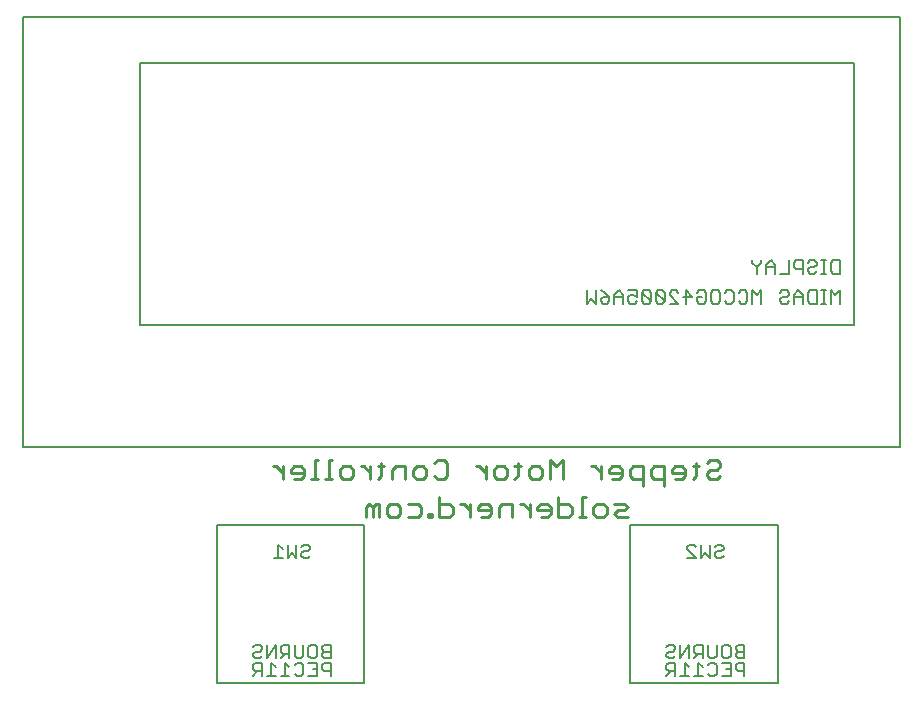
<source format=gbo>
G75*
%MOIN*%
%OFA0B0*%
%FSLAX25Y25*%
%IPPOS*%
%LPD*%
%AMOC8*
5,1,8,0,0,1.08239X$1,22.5*
%
%ADD10C,0.01000*%
%ADD11C,0.00591*%
%ADD12C,0.00600*%
D10*
X0144097Y0158359D02*
X0144097Y0161662D01*
X0145198Y0162763D01*
X0146299Y0161662D01*
X0146299Y0158359D01*
X0148501Y0158359D02*
X0148501Y0162763D01*
X0147400Y0162763D01*
X0146299Y0161662D01*
X0151095Y0161662D02*
X0151095Y0159460D01*
X0152196Y0158359D01*
X0154398Y0158359D01*
X0155499Y0159460D01*
X0155499Y0161662D01*
X0154398Y0162763D01*
X0152196Y0162763D01*
X0151095Y0161662D01*
X0158093Y0162763D02*
X0161396Y0162763D01*
X0162496Y0161662D01*
X0162496Y0159460D01*
X0161396Y0158359D01*
X0158093Y0158359D01*
X0164895Y0158359D02*
X0165995Y0158359D01*
X0165995Y0159460D01*
X0164895Y0159460D01*
X0164895Y0158359D01*
X0168590Y0158359D02*
X0171893Y0158359D01*
X0172993Y0159460D01*
X0172993Y0161662D01*
X0171893Y0162763D01*
X0168590Y0162763D01*
X0168590Y0164965D02*
X0168590Y0158359D01*
X0175522Y0162763D02*
X0176623Y0162763D01*
X0178825Y0160561D01*
X0178825Y0158359D02*
X0178825Y0162763D01*
X0181419Y0161662D02*
X0181419Y0160561D01*
X0185823Y0160561D01*
X0185823Y0159460D02*
X0185823Y0161662D01*
X0184722Y0162763D01*
X0182520Y0162763D01*
X0181419Y0161662D01*
X0182520Y0158359D02*
X0184722Y0158359D01*
X0185823Y0159460D01*
X0188417Y0158359D02*
X0188417Y0161662D01*
X0189518Y0162763D01*
X0192821Y0162763D01*
X0192821Y0158359D01*
X0195350Y0162763D02*
X0196451Y0162763D01*
X0198653Y0160561D01*
X0198653Y0158359D02*
X0198653Y0162763D01*
X0201247Y0161662D02*
X0201247Y0160561D01*
X0205651Y0160561D01*
X0205651Y0159460D02*
X0205651Y0161662D01*
X0204550Y0162763D01*
X0202348Y0162763D01*
X0201247Y0161662D01*
X0202348Y0158359D02*
X0204550Y0158359D01*
X0205651Y0159460D01*
X0208245Y0158359D02*
X0211548Y0158359D01*
X0212649Y0159460D01*
X0212649Y0161662D01*
X0211548Y0162763D01*
X0208245Y0162763D01*
X0208245Y0164965D02*
X0208245Y0158359D01*
X0215112Y0158359D02*
X0217314Y0158359D01*
X0216213Y0158359D02*
X0216213Y0164965D01*
X0217314Y0164965D01*
X0219908Y0161662D02*
X0221009Y0162763D01*
X0223211Y0162763D01*
X0224312Y0161662D01*
X0224312Y0159460D01*
X0223211Y0158359D01*
X0221009Y0158359D01*
X0219908Y0159460D01*
X0219908Y0161662D01*
X0226906Y0162763D02*
X0230209Y0162763D01*
X0231310Y0161662D01*
X0230209Y0160561D01*
X0228007Y0160561D01*
X0226906Y0159460D01*
X0228007Y0158359D01*
X0231310Y0158359D01*
X0236558Y0168658D02*
X0236558Y0175263D01*
X0233256Y0175263D01*
X0232155Y0174162D01*
X0232155Y0171960D01*
X0233256Y0170859D01*
X0236558Y0170859D01*
X0239153Y0171960D02*
X0240254Y0170859D01*
X0243556Y0170859D01*
X0243556Y0168658D02*
X0243556Y0175263D01*
X0240254Y0175263D01*
X0239153Y0174162D01*
X0239153Y0171960D01*
X0246151Y0173061D02*
X0250554Y0173061D01*
X0250554Y0171960D02*
X0250554Y0174162D01*
X0249453Y0175263D01*
X0247252Y0175263D01*
X0246151Y0174162D01*
X0246151Y0173061D01*
X0247252Y0170859D02*
X0249453Y0170859D01*
X0250554Y0171960D01*
X0253018Y0170859D02*
X0254119Y0171960D01*
X0254119Y0176364D01*
X0255220Y0175263D02*
X0253018Y0175263D01*
X0257814Y0176364D02*
X0258915Y0177465D01*
X0261117Y0177465D01*
X0262218Y0176364D01*
X0262218Y0175263D01*
X0261117Y0174162D01*
X0258915Y0174162D01*
X0257814Y0173061D01*
X0257814Y0171960D01*
X0258915Y0170859D01*
X0261117Y0170859D01*
X0262218Y0171960D01*
X0229560Y0171960D02*
X0228459Y0170859D01*
X0226258Y0170859D01*
X0225157Y0173061D02*
X0229560Y0173061D01*
X0229560Y0171960D02*
X0229560Y0174162D01*
X0228459Y0175263D01*
X0226258Y0175263D01*
X0225157Y0174162D01*
X0225157Y0173061D01*
X0222562Y0173061D02*
X0220361Y0175263D01*
X0219260Y0175263D01*
X0222562Y0175263D02*
X0222562Y0170859D01*
X0209733Y0170859D02*
X0209733Y0177465D01*
X0207531Y0175263D01*
X0205329Y0177465D01*
X0205329Y0170859D01*
X0202735Y0171960D02*
X0201634Y0170859D01*
X0199432Y0170859D01*
X0198331Y0171960D01*
X0198331Y0174162D01*
X0199432Y0175263D01*
X0201634Y0175263D01*
X0202735Y0174162D01*
X0202735Y0171960D01*
X0195737Y0175263D02*
X0193535Y0175263D01*
X0194636Y0176364D02*
X0194636Y0171960D01*
X0193535Y0170859D01*
X0191072Y0171960D02*
X0189971Y0170859D01*
X0187769Y0170859D01*
X0186668Y0171960D01*
X0186668Y0174162D01*
X0187769Y0175263D01*
X0189971Y0175263D01*
X0191072Y0174162D01*
X0191072Y0171960D01*
X0184074Y0170859D02*
X0184074Y0175263D01*
X0184074Y0173061D02*
X0181872Y0175263D01*
X0180771Y0175263D01*
X0171244Y0176364D02*
X0171244Y0171960D01*
X0170143Y0170859D01*
X0167941Y0170859D01*
X0166840Y0171960D01*
X0164246Y0171960D02*
X0163145Y0170859D01*
X0160943Y0170859D01*
X0159842Y0171960D01*
X0159842Y0174162D01*
X0160943Y0175263D01*
X0163145Y0175263D01*
X0164246Y0174162D01*
X0164246Y0171960D01*
X0166840Y0176364D02*
X0167941Y0177465D01*
X0170143Y0177465D01*
X0171244Y0176364D01*
X0157248Y0175263D02*
X0157248Y0170859D01*
X0152844Y0170859D02*
X0152844Y0174162D01*
X0153945Y0175263D01*
X0157248Y0175263D01*
X0150250Y0175263D02*
X0148048Y0175263D01*
X0149149Y0176364D02*
X0149149Y0171960D01*
X0148048Y0170859D01*
X0145585Y0170859D02*
X0145585Y0175263D01*
X0145585Y0173061D02*
X0143383Y0175263D01*
X0142282Y0175263D01*
X0139753Y0174162D02*
X0139753Y0171960D01*
X0138652Y0170859D01*
X0136450Y0170859D01*
X0135349Y0171960D01*
X0135349Y0174162D01*
X0136450Y0175263D01*
X0138652Y0175263D01*
X0139753Y0174162D01*
X0132755Y0170859D02*
X0130553Y0170859D01*
X0131654Y0170859D02*
X0131654Y0177465D01*
X0132755Y0177465D01*
X0128090Y0177465D02*
X0126989Y0177465D01*
X0126989Y0170859D01*
X0128090Y0170859D02*
X0125888Y0170859D01*
X0123425Y0171960D02*
X0122324Y0170859D01*
X0120122Y0170859D01*
X0119021Y0173061D02*
X0123425Y0173061D01*
X0123425Y0171960D02*
X0123425Y0174162D01*
X0122324Y0175263D01*
X0120122Y0175263D01*
X0119021Y0174162D01*
X0119021Y0173061D01*
X0116427Y0173061D02*
X0114225Y0175263D01*
X0113124Y0175263D01*
X0116427Y0175263D02*
X0116427Y0170859D01*
D11*
X0094288Y0155626D02*
X0094288Y0102870D01*
X0143501Y0102870D01*
X0143501Y0155626D01*
X0094288Y0155626D01*
X0029721Y0181659D02*
X0322241Y0181659D01*
X0322241Y0324967D01*
X0029721Y0324967D01*
X0029721Y0181659D01*
X0068698Y0222447D02*
X0306886Y0222447D01*
X0306886Y0309770D01*
X0068698Y0309770D01*
X0068698Y0222447D01*
X0232083Y0155626D02*
X0232083Y0102870D01*
X0281296Y0102870D01*
X0281296Y0155626D01*
X0232083Y0155626D01*
D12*
X0251152Y0148434D02*
X0251152Y0147700D01*
X0254088Y0144765D01*
X0251152Y0144765D01*
X0251152Y0148434D02*
X0251886Y0149168D01*
X0253354Y0149168D01*
X0254088Y0148434D01*
X0255756Y0149168D02*
X0255756Y0144765D01*
X0257224Y0146232D01*
X0258692Y0144765D01*
X0258692Y0149168D01*
X0260360Y0148434D02*
X0261094Y0149168D01*
X0262562Y0149168D01*
X0263296Y0148434D01*
X0263296Y0147700D01*
X0262562Y0146966D01*
X0261094Y0146966D01*
X0260360Y0146232D01*
X0260360Y0145499D01*
X0261094Y0144765D01*
X0262562Y0144765D01*
X0263296Y0145499D01*
X0263396Y0115704D02*
X0262662Y0114970D01*
X0262662Y0112034D01*
X0263396Y0111300D01*
X0264864Y0111300D01*
X0265598Y0112034D01*
X0265598Y0114970D01*
X0264864Y0115704D01*
X0263396Y0115704D01*
X0260994Y0115704D02*
X0260994Y0112034D01*
X0260260Y0111300D01*
X0258792Y0111300D01*
X0258058Y0112034D01*
X0258058Y0115704D01*
X0256390Y0115704D02*
X0254188Y0115704D01*
X0253454Y0114970D01*
X0253454Y0113502D01*
X0254188Y0112768D01*
X0256390Y0112768D01*
X0256390Y0111300D02*
X0256390Y0115704D01*
X0254922Y0112768D02*
X0253454Y0111300D01*
X0251786Y0111300D02*
X0251786Y0115704D01*
X0248850Y0111300D01*
X0248850Y0115704D01*
X0247182Y0114970D02*
X0247182Y0114236D01*
X0246448Y0113502D01*
X0244980Y0113502D01*
X0244246Y0112768D01*
X0244246Y0112034D01*
X0244980Y0111300D01*
X0246448Y0111300D01*
X0247182Y0112034D01*
X0247182Y0109798D02*
X0244980Y0109798D01*
X0244246Y0109064D01*
X0244246Y0107596D01*
X0244980Y0106862D01*
X0247182Y0106862D01*
X0247182Y0105394D02*
X0247182Y0109798D01*
X0250318Y0109798D02*
X0250318Y0105394D01*
X0251786Y0105394D02*
X0248850Y0105394D01*
X0245714Y0106862D02*
X0244246Y0105394D01*
X0250318Y0109798D02*
X0251786Y0108330D01*
X0253454Y0105394D02*
X0256390Y0105394D01*
X0254922Y0105394D02*
X0254922Y0109798D01*
X0256390Y0108330D01*
X0258058Y0109064D02*
X0258792Y0109798D01*
X0260260Y0109798D01*
X0260994Y0109064D01*
X0260994Y0106128D01*
X0260260Y0105394D01*
X0258792Y0105394D01*
X0258058Y0106128D01*
X0262662Y0105394D02*
X0265598Y0105394D01*
X0265598Y0109798D01*
X0262662Y0109798D01*
X0264130Y0107596D02*
X0265598Y0107596D01*
X0267266Y0107596D02*
X0268000Y0106862D01*
X0270201Y0106862D01*
X0270201Y0105394D02*
X0270201Y0109798D01*
X0268000Y0109798D01*
X0267266Y0109064D01*
X0267266Y0107596D01*
X0268000Y0111300D02*
X0270201Y0111300D01*
X0270201Y0115704D01*
X0268000Y0115704D01*
X0267266Y0114970D01*
X0267266Y0114236D01*
X0268000Y0113502D01*
X0270201Y0113502D01*
X0268000Y0113502D02*
X0267266Y0112768D01*
X0267266Y0112034D01*
X0268000Y0111300D01*
X0247182Y0114970D02*
X0246448Y0115704D01*
X0244980Y0115704D01*
X0244246Y0114970D01*
X0132406Y0115704D02*
X0132406Y0111300D01*
X0130204Y0111300D01*
X0129470Y0112034D01*
X0129470Y0112768D01*
X0130204Y0113502D01*
X0132406Y0113502D01*
X0130204Y0113502D02*
X0129470Y0114236D01*
X0129470Y0114970D01*
X0130204Y0115704D01*
X0132406Y0115704D01*
X0127802Y0114970D02*
X0127802Y0112034D01*
X0127068Y0111300D01*
X0125600Y0111300D01*
X0124866Y0112034D01*
X0124866Y0114970D01*
X0125600Y0115704D01*
X0127068Y0115704D01*
X0127802Y0114970D01*
X0123198Y0115704D02*
X0123198Y0112034D01*
X0122464Y0111300D01*
X0120996Y0111300D01*
X0120262Y0112034D01*
X0120262Y0115704D01*
X0118594Y0115704D02*
X0116393Y0115704D01*
X0115659Y0114970D01*
X0115659Y0113502D01*
X0116393Y0112768D01*
X0118594Y0112768D01*
X0117126Y0112768D02*
X0115659Y0111300D01*
X0113990Y0111300D02*
X0113990Y0115704D01*
X0111055Y0111300D01*
X0111055Y0115704D01*
X0109387Y0114970D02*
X0109387Y0114236D01*
X0108653Y0113502D01*
X0107185Y0113502D01*
X0106451Y0112768D01*
X0106451Y0112034D01*
X0107185Y0111300D01*
X0108653Y0111300D01*
X0109387Y0112034D01*
X0109387Y0109798D02*
X0107185Y0109798D01*
X0106451Y0109064D01*
X0106451Y0107596D01*
X0107185Y0106862D01*
X0109387Y0106862D01*
X0109387Y0105394D02*
X0109387Y0109798D01*
X0112523Y0109798D02*
X0112523Y0105394D01*
X0113990Y0105394D02*
X0111055Y0105394D01*
X0107919Y0106862D02*
X0106451Y0105394D01*
X0112523Y0109798D02*
X0113990Y0108330D01*
X0115659Y0105394D02*
X0118594Y0105394D01*
X0117126Y0105394D02*
X0117126Y0109798D01*
X0118594Y0108330D01*
X0120262Y0109064D02*
X0120996Y0109798D01*
X0122464Y0109798D01*
X0123198Y0109064D01*
X0123198Y0106128D01*
X0122464Y0105394D01*
X0120996Y0105394D01*
X0120262Y0106128D01*
X0124866Y0105394D02*
X0127802Y0105394D01*
X0127802Y0109798D01*
X0124866Y0109798D01*
X0126334Y0107596D02*
X0127802Y0107596D01*
X0129470Y0107596D02*
X0130204Y0106862D01*
X0132406Y0106862D01*
X0132406Y0105394D02*
X0132406Y0109798D01*
X0130204Y0109798D01*
X0129470Y0109064D01*
X0129470Y0107596D01*
X0118594Y0111300D02*
X0118594Y0115704D01*
X0109387Y0114970D02*
X0108653Y0115704D01*
X0107185Y0115704D01*
X0106451Y0114970D01*
X0113357Y0144765D02*
X0116292Y0144765D01*
X0114824Y0144765D02*
X0114824Y0149168D01*
X0116292Y0147700D01*
X0117960Y0149168D02*
X0117960Y0144765D01*
X0119428Y0146232D01*
X0120896Y0144765D01*
X0120896Y0149168D01*
X0122564Y0148434D02*
X0123298Y0149168D01*
X0124766Y0149168D01*
X0125500Y0148434D01*
X0125500Y0147700D01*
X0124766Y0146966D01*
X0123298Y0146966D01*
X0122564Y0146232D01*
X0122564Y0145499D01*
X0123298Y0144765D01*
X0124766Y0144765D01*
X0125500Y0145499D01*
X0217669Y0229459D02*
X0217669Y0233863D01*
X0220605Y0233863D02*
X0220605Y0229459D01*
X0219137Y0230927D01*
X0217669Y0229459D01*
X0222273Y0230193D02*
X0222273Y0230927D01*
X0223007Y0231661D01*
X0225209Y0231661D01*
X0225209Y0230193D01*
X0224475Y0229459D01*
X0223007Y0229459D01*
X0222273Y0230193D01*
X0223741Y0233129D02*
X0225209Y0231661D01*
X0226877Y0231661D02*
X0229813Y0231661D01*
X0229813Y0232395D02*
X0228345Y0233863D01*
X0226877Y0232395D01*
X0226877Y0229459D01*
X0229813Y0229459D02*
X0229813Y0232395D01*
X0231481Y0231661D02*
X0231481Y0230193D01*
X0232215Y0229459D01*
X0233683Y0229459D01*
X0234417Y0230193D01*
X0234417Y0231661D02*
X0232949Y0232395D01*
X0232215Y0232395D01*
X0231481Y0231661D01*
X0231481Y0233863D02*
X0234417Y0233863D01*
X0234417Y0231661D01*
X0236085Y0230193D02*
X0236819Y0229459D01*
X0238287Y0229459D01*
X0239021Y0230193D01*
X0236085Y0233129D01*
X0236085Y0230193D01*
X0239021Y0230193D02*
X0239021Y0233129D01*
X0238287Y0233863D01*
X0236819Y0233863D01*
X0236085Y0233129D01*
X0240689Y0233129D02*
X0240689Y0230193D01*
X0241423Y0229459D01*
X0242890Y0229459D01*
X0243624Y0230193D01*
X0240689Y0233129D01*
X0241423Y0233863D01*
X0242890Y0233863D01*
X0243624Y0233129D01*
X0243624Y0230193D01*
X0245293Y0229459D02*
X0248228Y0229459D01*
X0245293Y0232395D01*
X0245293Y0233129D01*
X0246026Y0233863D01*
X0247494Y0233863D01*
X0248228Y0233129D01*
X0249896Y0231661D02*
X0252832Y0231661D01*
X0250630Y0233863D01*
X0250630Y0229459D01*
X0254500Y0230193D02*
X0254500Y0231661D01*
X0255968Y0231661D01*
X0254500Y0230193D02*
X0255234Y0229459D01*
X0256702Y0229459D01*
X0257436Y0230193D01*
X0257436Y0233129D01*
X0256702Y0233863D01*
X0255234Y0233863D01*
X0254500Y0233129D01*
X0259104Y0233129D02*
X0259104Y0230193D01*
X0259838Y0229459D01*
X0261306Y0229459D01*
X0262040Y0230193D01*
X0262040Y0233129D01*
X0261306Y0233863D01*
X0259838Y0233863D01*
X0259104Y0233129D01*
X0263708Y0233129D02*
X0264442Y0233863D01*
X0265910Y0233863D01*
X0266644Y0233129D01*
X0266644Y0230193D01*
X0265910Y0229459D01*
X0264442Y0229459D01*
X0263708Y0230193D01*
X0268312Y0230193D02*
X0269046Y0229459D01*
X0270514Y0229459D01*
X0271248Y0230193D01*
X0271248Y0233129D01*
X0270514Y0233863D01*
X0269046Y0233863D01*
X0268312Y0233129D01*
X0272916Y0233863D02*
X0272916Y0229459D01*
X0275852Y0229459D02*
X0275852Y0233863D01*
X0274384Y0232395D01*
X0272916Y0233863D01*
X0274384Y0239459D02*
X0274384Y0241661D01*
X0272916Y0243129D01*
X0272916Y0243863D01*
X0274384Y0241661D02*
X0275852Y0243129D01*
X0275852Y0243863D01*
X0277520Y0242395D02*
X0277520Y0239459D01*
X0277520Y0241661D02*
X0280456Y0241661D01*
X0280456Y0242395D02*
X0280456Y0239459D01*
X0282124Y0239459D02*
X0285060Y0239459D01*
X0285060Y0243863D01*
X0286728Y0243129D02*
X0286728Y0241661D01*
X0287462Y0240927D01*
X0289664Y0240927D01*
X0289664Y0239459D02*
X0289664Y0243863D01*
X0287462Y0243863D01*
X0286728Y0243129D01*
X0291332Y0243129D02*
X0292066Y0243863D01*
X0293534Y0243863D01*
X0294268Y0243129D01*
X0294268Y0242395D01*
X0293534Y0241661D01*
X0292066Y0241661D01*
X0291332Y0240927D01*
X0291332Y0240193D01*
X0292066Y0239459D01*
X0293534Y0239459D01*
X0294268Y0240193D01*
X0295869Y0239459D02*
X0297337Y0239459D01*
X0296603Y0239459D02*
X0296603Y0243863D01*
X0297337Y0243863D02*
X0295869Y0243863D01*
X0299005Y0243129D02*
X0299739Y0243863D01*
X0301941Y0243863D01*
X0301941Y0239459D01*
X0299739Y0239459D01*
X0299005Y0240193D01*
X0299005Y0243129D01*
X0299005Y0233863D02*
X0299005Y0229459D01*
X0297337Y0229459D02*
X0295869Y0229459D01*
X0296603Y0229459D02*
X0296603Y0233863D01*
X0297337Y0233863D02*
X0295869Y0233863D01*
X0294268Y0233863D02*
X0294268Y0229459D01*
X0292066Y0229459D01*
X0291332Y0230193D01*
X0291332Y0233129D01*
X0292066Y0233863D01*
X0294268Y0233863D01*
X0299005Y0233863D02*
X0300473Y0232395D01*
X0301941Y0233863D01*
X0301941Y0229459D01*
X0289664Y0229459D02*
X0289664Y0232395D01*
X0288196Y0233863D01*
X0286728Y0232395D01*
X0286728Y0229459D01*
X0285060Y0230193D02*
X0284326Y0229459D01*
X0282858Y0229459D01*
X0282124Y0230193D01*
X0282124Y0230927D01*
X0282858Y0231661D01*
X0284326Y0231661D01*
X0285060Y0232395D01*
X0285060Y0233129D01*
X0284326Y0233863D01*
X0282858Y0233863D01*
X0282124Y0233129D01*
X0286728Y0231661D02*
X0289664Y0231661D01*
X0280456Y0242395D02*
X0278988Y0243863D01*
X0277520Y0242395D01*
X0223741Y0233129D02*
X0222273Y0233863D01*
M02*

</source>
